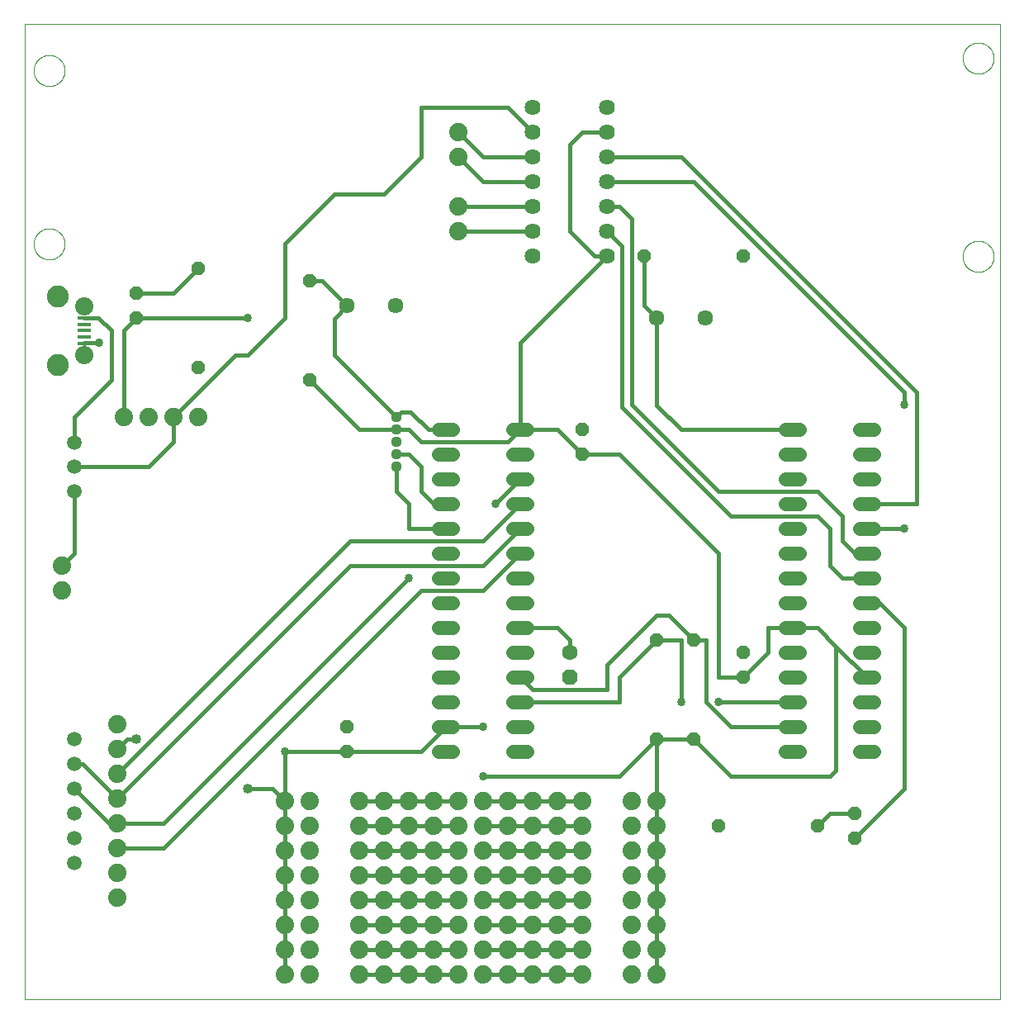
<source format=gtl>
G75*
%MOIN*%
%OFA0B0*%
%FSLAX25Y25*%
%IPPOS*%
%LPD*%
%AMOC8*
5,1,8,0,0,1.08239X$1,22.5*
%
%ADD10C,0.00000*%
%ADD11C,0.05600*%
%ADD12R,0.05315X0.01575*%
%ADD13C,0.07382*%
%ADD14C,0.08858*%
%ADD15C,0.07400*%
%ADD16C,0.05943*%
%ADD17OC8,0.05600*%
%ADD18C,0.04400*%
%ADD19C,0.06337*%
%ADD20C,0.06300*%
%ADD21OC8,0.06300*%
%ADD22C,0.05900*%
%ADD23C,0.06400*%
%ADD24C,0.01600*%
%ADD25C,0.03378*%
%ADD26C,0.04000*%
D10*
X0130000Y0001800D02*
X0130000Y0395501D01*
X0523701Y0395501D01*
X0523701Y0001800D01*
X0130000Y0001800D01*
X0508750Y0301800D02*
X0508752Y0301958D01*
X0508758Y0302115D01*
X0508768Y0302273D01*
X0508782Y0302430D01*
X0508800Y0302586D01*
X0508821Y0302743D01*
X0508847Y0302898D01*
X0508877Y0303053D01*
X0508910Y0303207D01*
X0508948Y0303360D01*
X0508989Y0303513D01*
X0509034Y0303664D01*
X0509083Y0303814D01*
X0509136Y0303962D01*
X0509192Y0304110D01*
X0509253Y0304255D01*
X0509316Y0304400D01*
X0509384Y0304542D01*
X0509455Y0304683D01*
X0509529Y0304822D01*
X0509607Y0304959D01*
X0509689Y0305094D01*
X0509773Y0305227D01*
X0509862Y0305358D01*
X0509953Y0305486D01*
X0510048Y0305613D01*
X0510145Y0305736D01*
X0510246Y0305858D01*
X0510350Y0305976D01*
X0510457Y0306092D01*
X0510567Y0306205D01*
X0510679Y0306316D01*
X0510795Y0306423D01*
X0510913Y0306528D01*
X0511033Y0306630D01*
X0511156Y0306728D01*
X0511282Y0306824D01*
X0511410Y0306916D01*
X0511540Y0307005D01*
X0511672Y0307091D01*
X0511807Y0307173D01*
X0511944Y0307252D01*
X0512082Y0307327D01*
X0512222Y0307399D01*
X0512365Y0307467D01*
X0512508Y0307532D01*
X0512654Y0307593D01*
X0512801Y0307650D01*
X0512949Y0307704D01*
X0513099Y0307754D01*
X0513249Y0307800D01*
X0513401Y0307842D01*
X0513554Y0307881D01*
X0513708Y0307915D01*
X0513863Y0307946D01*
X0514018Y0307972D01*
X0514174Y0307995D01*
X0514331Y0308014D01*
X0514488Y0308029D01*
X0514645Y0308040D01*
X0514803Y0308047D01*
X0514961Y0308050D01*
X0515118Y0308049D01*
X0515276Y0308044D01*
X0515433Y0308035D01*
X0515591Y0308022D01*
X0515747Y0308005D01*
X0515904Y0307984D01*
X0516059Y0307960D01*
X0516214Y0307931D01*
X0516369Y0307898D01*
X0516522Y0307862D01*
X0516675Y0307821D01*
X0516826Y0307777D01*
X0516976Y0307729D01*
X0517125Y0307678D01*
X0517273Y0307622D01*
X0517419Y0307563D01*
X0517564Y0307500D01*
X0517707Y0307433D01*
X0517848Y0307363D01*
X0517987Y0307290D01*
X0518125Y0307213D01*
X0518261Y0307132D01*
X0518394Y0307048D01*
X0518525Y0306961D01*
X0518654Y0306870D01*
X0518781Y0306776D01*
X0518906Y0306679D01*
X0519027Y0306579D01*
X0519147Y0306476D01*
X0519263Y0306370D01*
X0519377Y0306261D01*
X0519489Y0306149D01*
X0519597Y0306035D01*
X0519702Y0305917D01*
X0519805Y0305797D01*
X0519904Y0305675D01*
X0520000Y0305550D01*
X0520093Y0305422D01*
X0520183Y0305293D01*
X0520269Y0305161D01*
X0520353Y0305027D01*
X0520432Y0304891D01*
X0520509Y0304753D01*
X0520581Y0304613D01*
X0520650Y0304471D01*
X0520716Y0304328D01*
X0520778Y0304183D01*
X0520836Y0304036D01*
X0520891Y0303888D01*
X0520942Y0303739D01*
X0520989Y0303588D01*
X0521032Y0303437D01*
X0521071Y0303284D01*
X0521107Y0303130D01*
X0521138Y0302976D01*
X0521166Y0302821D01*
X0521190Y0302665D01*
X0521210Y0302508D01*
X0521226Y0302351D01*
X0521238Y0302194D01*
X0521246Y0302037D01*
X0521250Y0301879D01*
X0521250Y0301721D01*
X0521246Y0301563D01*
X0521238Y0301406D01*
X0521226Y0301249D01*
X0521210Y0301092D01*
X0521190Y0300935D01*
X0521166Y0300779D01*
X0521138Y0300624D01*
X0521107Y0300470D01*
X0521071Y0300316D01*
X0521032Y0300163D01*
X0520989Y0300012D01*
X0520942Y0299861D01*
X0520891Y0299712D01*
X0520836Y0299564D01*
X0520778Y0299417D01*
X0520716Y0299272D01*
X0520650Y0299129D01*
X0520581Y0298987D01*
X0520509Y0298847D01*
X0520432Y0298709D01*
X0520353Y0298573D01*
X0520269Y0298439D01*
X0520183Y0298307D01*
X0520093Y0298178D01*
X0520000Y0298050D01*
X0519904Y0297925D01*
X0519805Y0297803D01*
X0519702Y0297683D01*
X0519597Y0297565D01*
X0519489Y0297451D01*
X0519377Y0297339D01*
X0519263Y0297230D01*
X0519147Y0297124D01*
X0519027Y0297021D01*
X0518906Y0296921D01*
X0518781Y0296824D01*
X0518654Y0296730D01*
X0518525Y0296639D01*
X0518394Y0296552D01*
X0518261Y0296468D01*
X0518125Y0296387D01*
X0517987Y0296310D01*
X0517848Y0296237D01*
X0517707Y0296167D01*
X0517564Y0296100D01*
X0517419Y0296037D01*
X0517273Y0295978D01*
X0517125Y0295922D01*
X0516976Y0295871D01*
X0516826Y0295823D01*
X0516675Y0295779D01*
X0516522Y0295738D01*
X0516369Y0295702D01*
X0516214Y0295669D01*
X0516059Y0295640D01*
X0515904Y0295616D01*
X0515747Y0295595D01*
X0515591Y0295578D01*
X0515433Y0295565D01*
X0515276Y0295556D01*
X0515118Y0295551D01*
X0514961Y0295550D01*
X0514803Y0295553D01*
X0514645Y0295560D01*
X0514488Y0295571D01*
X0514331Y0295586D01*
X0514174Y0295605D01*
X0514018Y0295628D01*
X0513863Y0295654D01*
X0513708Y0295685D01*
X0513554Y0295719D01*
X0513401Y0295758D01*
X0513249Y0295800D01*
X0513099Y0295846D01*
X0512949Y0295896D01*
X0512801Y0295950D01*
X0512654Y0296007D01*
X0512508Y0296068D01*
X0512365Y0296133D01*
X0512222Y0296201D01*
X0512082Y0296273D01*
X0511944Y0296348D01*
X0511807Y0296427D01*
X0511672Y0296509D01*
X0511540Y0296595D01*
X0511410Y0296684D01*
X0511282Y0296776D01*
X0511156Y0296872D01*
X0511033Y0296970D01*
X0510913Y0297072D01*
X0510795Y0297177D01*
X0510679Y0297284D01*
X0510567Y0297395D01*
X0510457Y0297508D01*
X0510350Y0297624D01*
X0510246Y0297742D01*
X0510145Y0297864D01*
X0510048Y0297987D01*
X0509953Y0298114D01*
X0509862Y0298242D01*
X0509773Y0298373D01*
X0509689Y0298506D01*
X0509607Y0298641D01*
X0509529Y0298778D01*
X0509455Y0298917D01*
X0509384Y0299058D01*
X0509316Y0299200D01*
X0509253Y0299345D01*
X0509192Y0299490D01*
X0509136Y0299638D01*
X0509083Y0299786D01*
X0509034Y0299936D01*
X0508989Y0300087D01*
X0508948Y0300240D01*
X0508910Y0300393D01*
X0508877Y0300547D01*
X0508847Y0300702D01*
X0508821Y0300857D01*
X0508800Y0301014D01*
X0508782Y0301170D01*
X0508768Y0301327D01*
X0508758Y0301485D01*
X0508752Y0301642D01*
X0508750Y0301800D01*
X0508750Y0381800D02*
X0508752Y0381958D01*
X0508758Y0382115D01*
X0508768Y0382273D01*
X0508782Y0382430D01*
X0508800Y0382586D01*
X0508821Y0382743D01*
X0508847Y0382898D01*
X0508877Y0383053D01*
X0508910Y0383207D01*
X0508948Y0383360D01*
X0508989Y0383513D01*
X0509034Y0383664D01*
X0509083Y0383814D01*
X0509136Y0383962D01*
X0509192Y0384110D01*
X0509253Y0384255D01*
X0509316Y0384400D01*
X0509384Y0384542D01*
X0509455Y0384683D01*
X0509529Y0384822D01*
X0509607Y0384959D01*
X0509689Y0385094D01*
X0509773Y0385227D01*
X0509862Y0385358D01*
X0509953Y0385486D01*
X0510048Y0385613D01*
X0510145Y0385736D01*
X0510246Y0385858D01*
X0510350Y0385976D01*
X0510457Y0386092D01*
X0510567Y0386205D01*
X0510679Y0386316D01*
X0510795Y0386423D01*
X0510913Y0386528D01*
X0511033Y0386630D01*
X0511156Y0386728D01*
X0511282Y0386824D01*
X0511410Y0386916D01*
X0511540Y0387005D01*
X0511672Y0387091D01*
X0511807Y0387173D01*
X0511944Y0387252D01*
X0512082Y0387327D01*
X0512222Y0387399D01*
X0512365Y0387467D01*
X0512508Y0387532D01*
X0512654Y0387593D01*
X0512801Y0387650D01*
X0512949Y0387704D01*
X0513099Y0387754D01*
X0513249Y0387800D01*
X0513401Y0387842D01*
X0513554Y0387881D01*
X0513708Y0387915D01*
X0513863Y0387946D01*
X0514018Y0387972D01*
X0514174Y0387995D01*
X0514331Y0388014D01*
X0514488Y0388029D01*
X0514645Y0388040D01*
X0514803Y0388047D01*
X0514961Y0388050D01*
X0515118Y0388049D01*
X0515276Y0388044D01*
X0515433Y0388035D01*
X0515591Y0388022D01*
X0515747Y0388005D01*
X0515904Y0387984D01*
X0516059Y0387960D01*
X0516214Y0387931D01*
X0516369Y0387898D01*
X0516522Y0387862D01*
X0516675Y0387821D01*
X0516826Y0387777D01*
X0516976Y0387729D01*
X0517125Y0387678D01*
X0517273Y0387622D01*
X0517419Y0387563D01*
X0517564Y0387500D01*
X0517707Y0387433D01*
X0517848Y0387363D01*
X0517987Y0387290D01*
X0518125Y0387213D01*
X0518261Y0387132D01*
X0518394Y0387048D01*
X0518525Y0386961D01*
X0518654Y0386870D01*
X0518781Y0386776D01*
X0518906Y0386679D01*
X0519027Y0386579D01*
X0519147Y0386476D01*
X0519263Y0386370D01*
X0519377Y0386261D01*
X0519489Y0386149D01*
X0519597Y0386035D01*
X0519702Y0385917D01*
X0519805Y0385797D01*
X0519904Y0385675D01*
X0520000Y0385550D01*
X0520093Y0385422D01*
X0520183Y0385293D01*
X0520269Y0385161D01*
X0520353Y0385027D01*
X0520432Y0384891D01*
X0520509Y0384753D01*
X0520581Y0384613D01*
X0520650Y0384471D01*
X0520716Y0384328D01*
X0520778Y0384183D01*
X0520836Y0384036D01*
X0520891Y0383888D01*
X0520942Y0383739D01*
X0520989Y0383588D01*
X0521032Y0383437D01*
X0521071Y0383284D01*
X0521107Y0383130D01*
X0521138Y0382976D01*
X0521166Y0382821D01*
X0521190Y0382665D01*
X0521210Y0382508D01*
X0521226Y0382351D01*
X0521238Y0382194D01*
X0521246Y0382037D01*
X0521250Y0381879D01*
X0521250Y0381721D01*
X0521246Y0381563D01*
X0521238Y0381406D01*
X0521226Y0381249D01*
X0521210Y0381092D01*
X0521190Y0380935D01*
X0521166Y0380779D01*
X0521138Y0380624D01*
X0521107Y0380470D01*
X0521071Y0380316D01*
X0521032Y0380163D01*
X0520989Y0380012D01*
X0520942Y0379861D01*
X0520891Y0379712D01*
X0520836Y0379564D01*
X0520778Y0379417D01*
X0520716Y0379272D01*
X0520650Y0379129D01*
X0520581Y0378987D01*
X0520509Y0378847D01*
X0520432Y0378709D01*
X0520353Y0378573D01*
X0520269Y0378439D01*
X0520183Y0378307D01*
X0520093Y0378178D01*
X0520000Y0378050D01*
X0519904Y0377925D01*
X0519805Y0377803D01*
X0519702Y0377683D01*
X0519597Y0377565D01*
X0519489Y0377451D01*
X0519377Y0377339D01*
X0519263Y0377230D01*
X0519147Y0377124D01*
X0519027Y0377021D01*
X0518906Y0376921D01*
X0518781Y0376824D01*
X0518654Y0376730D01*
X0518525Y0376639D01*
X0518394Y0376552D01*
X0518261Y0376468D01*
X0518125Y0376387D01*
X0517987Y0376310D01*
X0517848Y0376237D01*
X0517707Y0376167D01*
X0517564Y0376100D01*
X0517419Y0376037D01*
X0517273Y0375978D01*
X0517125Y0375922D01*
X0516976Y0375871D01*
X0516826Y0375823D01*
X0516675Y0375779D01*
X0516522Y0375738D01*
X0516369Y0375702D01*
X0516214Y0375669D01*
X0516059Y0375640D01*
X0515904Y0375616D01*
X0515747Y0375595D01*
X0515591Y0375578D01*
X0515433Y0375565D01*
X0515276Y0375556D01*
X0515118Y0375551D01*
X0514961Y0375550D01*
X0514803Y0375553D01*
X0514645Y0375560D01*
X0514488Y0375571D01*
X0514331Y0375586D01*
X0514174Y0375605D01*
X0514018Y0375628D01*
X0513863Y0375654D01*
X0513708Y0375685D01*
X0513554Y0375719D01*
X0513401Y0375758D01*
X0513249Y0375800D01*
X0513099Y0375846D01*
X0512949Y0375896D01*
X0512801Y0375950D01*
X0512654Y0376007D01*
X0512508Y0376068D01*
X0512365Y0376133D01*
X0512222Y0376201D01*
X0512082Y0376273D01*
X0511944Y0376348D01*
X0511807Y0376427D01*
X0511672Y0376509D01*
X0511540Y0376595D01*
X0511410Y0376684D01*
X0511282Y0376776D01*
X0511156Y0376872D01*
X0511033Y0376970D01*
X0510913Y0377072D01*
X0510795Y0377177D01*
X0510679Y0377284D01*
X0510567Y0377395D01*
X0510457Y0377508D01*
X0510350Y0377624D01*
X0510246Y0377742D01*
X0510145Y0377864D01*
X0510048Y0377987D01*
X0509953Y0378114D01*
X0509862Y0378242D01*
X0509773Y0378373D01*
X0509689Y0378506D01*
X0509607Y0378641D01*
X0509529Y0378778D01*
X0509455Y0378917D01*
X0509384Y0379058D01*
X0509316Y0379200D01*
X0509253Y0379345D01*
X0509192Y0379490D01*
X0509136Y0379638D01*
X0509083Y0379786D01*
X0509034Y0379936D01*
X0508989Y0380087D01*
X0508948Y0380240D01*
X0508910Y0380393D01*
X0508877Y0380547D01*
X0508847Y0380702D01*
X0508821Y0380857D01*
X0508800Y0381014D01*
X0508782Y0381170D01*
X0508768Y0381327D01*
X0508758Y0381485D01*
X0508752Y0381642D01*
X0508750Y0381800D01*
X0133750Y0376800D02*
X0133752Y0376958D01*
X0133758Y0377115D01*
X0133768Y0377273D01*
X0133782Y0377430D01*
X0133800Y0377586D01*
X0133821Y0377743D01*
X0133847Y0377898D01*
X0133877Y0378053D01*
X0133910Y0378207D01*
X0133948Y0378360D01*
X0133989Y0378513D01*
X0134034Y0378664D01*
X0134083Y0378814D01*
X0134136Y0378962D01*
X0134192Y0379110D01*
X0134253Y0379255D01*
X0134316Y0379400D01*
X0134384Y0379542D01*
X0134455Y0379683D01*
X0134529Y0379822D01*
X0134607Y0379959D01*
X0134689Y0380094D01*
X0134773Y0380227D01*
X0134862Y0380358D01*
X0134953Y0380486D01*
X0135048Y0380613D01*
X0135145Y0380736D01*
X0135246Y0380858D01*
X0135350Y0380976D01*
X0135457Y0381092D01*
X0135567Y0381205D01*
X0135679Y0381316D01*
X0135795Y0381423D01*
X0135913Y0381528D01*
X0136033Y0381630D01*
X0136156Y0381728D01*
X0136282Y0381824D01*
X0136410Y0381916D01*
X0136540Y0382005D01*
X0136672Y0382091D01*
X0136807Y0382173D01*
X0136944Y0382252D01*
X0137082Y0382327D01*
X0137222Y0382399D01*
X0137365Y0382467D01*
X0137508Y0382532D01*
X0137654Y0382593D01*
X0137801Y0382650D01*
X0137949Y0382704D01*
X0138099Y0382754D01*
X0138249Y0382800D01*
X0138401Y0382842D01*
X0138554Y0382881D01*
X0138708Y0382915D01*
X0138863Y0382946D01*
X0139018Y0382972D01*
X0139174Y0382995D01*
X0139331Y0383014D01*
X0139488Y0383029D01*
X0139645Y0383040D01*
X0139803Y0383047D01*
X0139961Y0383050D01*
X0140118Y0383049D01*
X0140276Y0383044D01*
X0140433Y0383035D01*
X0140591Y0383022D01*
X0140747Y0383005D01*
X0140904Y0382984D01*
X0141059Y0382960D01*
X0141214Y0382931D01*
X0141369Y0382898D01*
X0141522Y0382862D01*
X0141675Y0382821D01*
X0141826Y0382777D01*
X0141976Y0382729D01*
X0142125Y0382678D01*
X0142273Y0382622D01*
X0142419Y0382563D01*
X0142564Y0382500D01*
X0142707Y0382433D01*
X0142848Y0382363D01*
X0142987Y0382290D01*
X0143125Y0382213D01*
X0143261Y0382132D01*
X0143394Y0382048D01*
X0143525Y0381961D01*
X0143654Y0381870D01*
X0143781Y0381776D01*
X0143906Y0381679D01*
X0144027Y0381579D01*
X0144147Y0381476D01*
X0144263Y0381370D01*
X0144377Y0381261D01*
X0144489Y0381149D01*
X0144597Y0381035D01*
X0144702Y0380917D01*
X0144805Y0380797D01*
X0144904Y0380675D01*
X0145000Y0380550D01*
X0145093Y0380422D01*
X0145183Y0380293D01*
X0145269Y0380161D01*
X0145353Y0380027D01*
X0145432Y0379891D01*
X0145509Y0379753D01*
X0145581Y0379613D01*
X0145650Y0379471D01*
X0145716Y0379328D01*
X0145778Y0379183D01*
X0145836Y0379036D01*
X0145891Y0378888D01*
X0145942Y0378739D01*
X0145989Y0378588D01*
X0146032Y0378437D01*
X0146071Y0378284D01*
X0146107Y0378130D01*
X0146138Y0377976D01*
X0146166Y0377821D01*
X0146190Y0377665D01*
X0146210Y0377508D01*
X0146226Y0377351D01*
X0146238Y0377194D01*
X0146246Y0377037D01*
X0146250Y0376879D01*
X0146250Y0376721D01*
X0146246Y0376563D01*
X0146238Y0376406D01*
X0146226Y0376249D01*
X0146210Y0376092D01*
X0146190Y0375935D01*
X0146166Y0375779D01*
X0146138Y0375624D01*
X0146107Y0375470D01*
X0146071Y0375316D01*
X0146032Y0375163D01*
X0145989Y0375012D01*
X0145942Y0374861D01*
X0145891Y0374712D01*
X0145836Y0374564D01*
X0145778Y0374417D01*
X0145716Y0374272D01*
X0145650Y0374129D01*
X0145581Y0373987D01*
X0145509Y0373847D01*
X0145432Y0373709D01*
X0145353Y0373573D01*
X0145269Y0373439D01*
X0145183Y0373307D01*
X0145093Y0373178D01*
X0145000Y0373050D01*
X0144904Y0372925D01*
X0144805Y0372803D01*
X0144702Y0372683D01*
X0144597Y0372565D01*
X0144489Y0372451D01*
X0144377Y0372339D01*
X0144263Y0372230D01*
X0144147Y0372124D01*
X0144027Y0372021D01*
X0143906Y0371921D01*
X0143781Y0371824D01*
X0143654Y0371730D01*
X0143525Y0371639D01*
X0143394Y0371552D01*
X0143261Y0371468D01*
X0143125Y0371387D01*
X0142987Y0371310D01*
X0142848Y0371237D01*
X0142707Y0371167D01*
X0142564Y0371100D01*
X0142419Y0371037D01*
X0142273Y0370978D01*
X0142125Y0370922D01*
X0141976Y0370871D01*
X0141826Y0370823D01*
X0141675Y0370779D01*
X0141522Y0370738D01*
X0141369Y0370702D01*
X0141214Y0370669D01*
X0141059Y0370640D01*
X0140904Y0370616D01*
X0140747Y0370595D01*
X0140591Y0370578D01*
X0140433Y0370565D01*
X0140276Y0370556D01*
X0140118Y0370551D01*
X0139961Y0370550D01*
X0139803Y0370553D01*
X0139645Y0370560D01*
X0139488Y0370571D01*
X0139331Y0370586D01*
X0139174Y0370605D01*
X0139018Y0370628D01*
X0138863Y0370654D01*
X0138708Y0370685D01*
X0138554Y0370719D01*
X0138401Y0370758D01*
X0138249Y0370800D01*
X0138099Y0370846D01*
X0137949Y0370896D01*
X0137801Y0370950D01*
X0137654Y0371007D01*
X0137508Y0371068D01*
X0137365Y0371133D01*
X0137222Y0371201D01*
X0137082Y0371273D01*
X0136944Y0371348D01*
X0136807Y0371427D01*
X0136672Y0371509D01*
X0136540Y0371595D01*
X0136410Y0371684D01*
X0136282Y0371776D01*
X0136156Y0371872D01*
X0136033Y0371970D01*
X0135913Y0372072D01*
X0135795Y0372177D01*
X0135679Y0372284D01*
X0135567Y0372395D01*
X0135457Y0372508D01*
X0135350Y0372624D01*
X0135246Y0372742D01*
X0135145Y0372864D01*
X0135048Y0372987D01*
X0134953Y0373114D01*
X0134862Y0373242D01*
X0134773Y0373373D01*
X0134689Y0373506D01*
X0134607Y0373641D01*
X0134529Y0373778D01*
X0134455Y0373917D01*
X0134384Y0374058D01*
X0134316Y0374200D01*
X0134253Y0374345D01*
X0134192Y0374490D01*
X0134136Y0374638D01*
X0134083Y0374786D01*
X0134034Y0374936D01*
X0133989Y0375087D01*
X0133948Y0375240D01*
X0133910Y0375393D01*
X0133877Y0375547D01*
X0133847Y0375702D01*
X0133821Y0375857D01*
X0133800Y0376014D01*
X0133782Y0376170D01*
X0133768Y0376327D01*
X0133758Y0376485D01*
X0133752Y0376642D01*
X0133750Y0376800D01*
X0133750Y0306800D02*
X0133752Y0306958D01*
X0133758Y0307115D01*
X0133768Y0307273D01*
X0133782Y0307430D01*
X0133800Y0307586D01*
X0133821Y0307743D01*
X0133847Y0307898D01*
X0133877Y0308053D01*
X0133910Y0308207D01*
X0133948Y0308360D01*
X0133989Y0308513D01*
X0134034Y0308664D01*
X0134083Y0308814D01*
X0134136Y0308962D01*
X0134192Y0309110D01*
X0134253Y0309255D01*
X0134316Y0309400D01*
X0134384Y0309542D01*
X0134455Y0309683D01*
X0134529Y0309822D01*
X0134607Y0309959D01*
X0134689Y0310094D01*
X0134773Y0310227D01*
X0134862Y0310358D01*
X0134953Y0310486D01*
X0135048Y0310613D01*
X0135145Y0310736D01*
X0135246Y0310858D01*
X0135350Y0310976D01*
X0135457Y0311092D01*
X0135567Y0311205D01*
X0135679Y0311316D01*
X0135795Y0311423D01*
X0135913Y0311528D01*
X0136033Y0311630D01*
X0136156Y0311728D01*
X0136282Y0311824D01*
X0136410Y0311916D01*
X0136540Y0312005D01*
X0136672Y0312091D01*
X0136807Y0312173D01*
X0136944Y0312252D01*
X0137082Y0312327D01*
X0137222Y0312399D01*
X0137365Y0312467D01*
X0137508Y0312532D01*
X0137654Y0312593D01*
X0137801Y0312650D01*
X0137949Y0312704D01*
X0138099Y0312754D01*
X0138249Y0312800D01*
X0138401Y0312842D01*
X0138554Y0312881D01*
X0138708Y0312915D01*
X0138863Y0312946D01*
X0139018Y0312972D01*
X0139174Y0312995D01*
X0139331Y0313014D01*
X0139488Y0313029D01*
X0139645Y0313040D01*
X0139803Y0313047D01*
X0139961Y0313050D01*
X0140118Y0313049D01*
X0140276Y0313044D01*
X0140433Y0313035D01*
X0140591Y0313022D01*
X0140747Y0313005D01*
X0140904Y0312984D01*
X0141059Y0312960D01*
X0141214Y0312931D01*
X0141369Y0312898D01*
X0141522Y0312862D01*
X0141675Y0312821D01*
X0141826Y0312777D01*
X0141976Y0312729D01*
X0142125Y0312678D01*
X0142273Y0312622D01*
X0142419Y0312563D01*
X0142564Y0312500D01*
X0142707Y0312433D01*
X0142848Y0312363D01*
X0142987Y0312290D01*
X0143125Y0312213D01*
X0143261Y0312132D01*
X0143394Y0312048D01*
X0143525Y0311961D01*
X0143654Y0311870D01*
X0143781Y0311776D01*
X0143906Y0311679D01*
X0144027Y0311579D01*
X0144147Y0311476D01*
X0144263Y0311370D01*
X0144377Y0311261D01*
X0144489Y0311149D01*
X0144597Y0311035D01*
X0144702Y0310917D01*
X0144805Y0310797D01*
X0144904Y0310675D01*
X0145000Y0310550D01*
X0145093Y0310422D01*
X0145183Y0310293D01*
X0145269Y0310161D01*
X0145353Y0310027D01*
X0145432Y0309891D01*
X0145509Y0309753D01*
X0145581Y0309613D01*
X0145650Y0309471D01*
X0145716Y0309328D01*
X0145778Y0309183D01*
X0145836Y0309036D01*
X0145891Y0308888D01*
X0145942Y0308739D01*
X0145989Y0308588D01*
X0146032Y0308437D01*
X0146071Y0308284D01*
X0146107Y0308130D01*
X0146138Y0307976D01*
X0146166Y0307821D01*
X0146190Y0307665D01*
X0146210Y0307508D01*
X0146226Y0307351D01*
X0146238Y0307194D01*
X0146246Y0307037D01*
X0146250Y0306879D01*
X0146250Y0306721D01*
X0146246Y0306563D01*
X0146238Y0306406D01*
X0146226Y0306249D01*
X0146210Y0306092D01*
X0146190Y0305935D01*
X0146166Y0305779D01*
X0146138Y0305624D01*
X0146107Y0305470D01*
X0146071Y0305316D01*
X0146032Y0305163D01*
X0145989Y0305012D01*
X0145942Y0304861D01*
X0145891Y0304712D01*
X0145836Y0304564D01*
X0145778Y0304417D01*
X0145716Y0304272D01*
X0145650Y0304129D01*
X0145581Y0303987D01*
X0145509Y0303847D01*
X0145432Y0303709D01*
X0145353Y0303573D01*
X0145269Y0303439D01*
X0145183Y0303307D01*
X0145093Y0303178D01*
X0145000Y0303050D01*
X0144904Y0302925D01*
X0144805Y0302803D01*
X0144702Y0302683D01*
X0144597Y0302565D01*
X0144489Y0302451D01*
X0144377Y0302339D01*
X0144263Y0302230D01*
X0144147Y0302124D01*
X0144027Y0302021D01*
X0143906Y0301921D01*
X0143781Y0301824D01*
X0143654Y0301730D01*
X0143525Y0301639D01*
X0143394Y0301552D01*
X0143261Y0301468D01*
X0143125Y0301387D01*
X0142987Y0301310D01*
X0142848Y0301237D01*
X0142707Y0301167D01*
X0142564Y0301100D01*
X0142419Y0301037D01*
X0142273Y0300978D01*
X0142125Y0300922D01*
X0141976Y0300871D01*
X0141826Y0300823D01*
X0141675Y0300779D01*
X0141522Y0300738D01*
X0141369Y0300702D01*
X0141214Y0300669D01*
X0141059Y0300640D01*
X0140904Y0300616D01*
X0140747Y0300595D01*
X0140591Y0300578D01*
X0140433Y0300565D01*
X0140276Y0300556D01*
X0140118Y0300551D01*
X0139961Y0300550D01*
X0139803Y0300553D01*
X0139645Y0300560D01*
X0139488Y0300571D01*
X0139331Y0300586D01*
X0139174Y0300605D01*
X0139018Y0300628D01*
X0138863Y0300654D01*
X0138708Y0300685D01*
X0138554Y0300719D01*
X0138401Y0300758D01*
X0138249Y0300800D01*
X0138099Y0300846D01*
X0137949Y0300896D01*
X0137801Y0300950D01*
X0137654Y0301007D01*
X0137508Y0301068D01*
X0137365Y0301133D01*
X0137222Y0301201D01*
X0137082Y0301273D01*
X0136944Y0301348D01*
X0136807Y0301427D01*
X0136672Y0301509D01*
X0136540Y0301595D01*
X0136410Y0301684D01*
X0136282Y0301776D01*
X0136156Y0301872D01*
X0136033Y0301970D01*
X0135913Y0302072D01*
X0135795Y0302177D01*
X0135679Y0302284D01*
X0135567Y0302395D01*
X0135457Y0302508D01*
X0135350Y0302624D01*
X0135246Y0302742D01*
X0135145Y0302864D01*
X0135048Y0302987D01*
X0134953Y0303114D01*
X0134862Y0303242D01*
X0134773Y0303373D01*
X0134689Y0303506D01*
X0134607Y0303641D01*
X0134529Y0303778D01*
X0134455Y0303917D01*
X0134384Y0304058D01*
X0134316Y0304200D01*
X0134253Y0304345D01*
X0134192Y0304490D01*
X0134136Y0304638D01*
X0134083Y0304786D01*
X0134034Y0304936D01*
X0133989Y0305087D01*
X0133948Y0305240D01*
X0133910Y0305393D01*
X0133877Y0305547D01*
X0133847Y0305702D01*
X0133821Y0305857D01*
X0133800Y0306014D01*
X0133782Y0306170D01*
X0133768Y0306327D01*
X0133758Y0306485D01*
X0133752Y0306642D01*
X0133750Y0306800D01*
D11*
X0297200Y0231800D02*
X0302800Y0231800D01*
X0302800Y0221800D02*
X0297200Y0221800D01*
X0297200Y0211800D02*
X0302800Y0211800D01*
X0302800Y0201800D02*
X0297200Y0201800D01*
X0297200Y0191800D02*
X0302800Y0191800D01*
X0302800Y0181800D02*
X0297200Y0181800D01*
X0297200Y0171800D02*
X0302800Y0171800D01*
X0302800Y0161800D02*
X0297200Y0161800D01*
X0297200Y0151800D02*
X0302800Y0151800D01*
X0302800Y0141800D02*
X0297200Y0141800D01*
X0297200Y0131800D02*
X0302800Y0131800D01*
X0302800Y0121800D02*
X0297200Y0121800D01*
X0297200Y0111800D02*
X0302800Y0111800D01*
X0302800Y0101800D02*
X0297200Y0101800D01*
X0327200Y0101800D02*
X0332800Y0101800D01*
X0332800Y0111800D02*
X0327200Y0111800D01*
X0327200Y0121800D02*
X0332800Y0121800D01*
X0332800Y0131800D02*
X0327200Y0131800D01*
X0327200Y0141800D02*
X0332800Y0141800D01*
X0332800Y0151800D02*
X0327200Y0151800D01*
X0327200Y0161800D02*
X0332800Y0161800D01*
X0332800Y0171800D02*
X0327200Y0171800D01*
X0327200Y0181800D02*
X0332800Y0181800D01*
X0332800Y0191800D02*
X0327200Y0191800D01*
X0327200Y0201800D02*
X0332800Y0201800D01*
X0332800Y0211800D02*
X0327200Y0211800D01*
X0327200Y0221800D02*
X0332800Y0221800D01*
X0332800Y0231800D02*
X0327200Y0231800D01*
X0437200Y0231800D02*
X0442800Y0231800D01*
X0442800Y0221800D02*
X0437200Y0221800D01*
X0437200Y0211800D02*
X0442800Y0211800D01*
X0442800Y0201800D02*
X0437200Y0201800D01*
X0437200Y0191800D02*
X0442800Y0191800D01*
X0442800Y0181800D02*
X0437200Y0181800D01*
X0437200Y0171800D02*
X0442800Y0171800D01*
X0442800Y0161800D02*
X0437200Y0161800D01*
X0437200Y0151800D02*
X0442800Y0151800D01*
X0442800Y0141800D02*
X0437200Y0141800D01*
X0437200Y0131800D02*
X0442800Y0131800D01*
X0442800Y0121800D02*
X0437200Y0121800D01*
X0437200Y0111800D02*
X0442800Y0111800D01*
X0442800Y0101800D02*
X0437200Y0101800D01*
X0467200Y0101800D02*
X0472800Y0101800D01*
X0472800Y0111800D02*
X0467200Y0111800D01*
X0467200Y0121800D02*
X0472800Y0121800D01*
X0472800Y0131800D02*
X0467200Y0131800D01*
X0467200Y0141800D02*
X0472800Y0141800D01*
X0472800Y0151800D02*
X0467200Y0151800D01*
X0467200Y0161800D02*
X0472800Y0161800D01*
X0472800Y0171800D02*
X0467200Y0171800D01*
X0467200Y0181800D02*
X0472800Y0181800D01*
X0472800Y0191800D02*
X0467200Y0191800D01*
X0467200Y0201800D02*
X0472800Y0201800D01*
X0472800Y0211800D02*
X0467200Y0211800D01*
X0467200Y0221800D02*
X0472800Y0221800D01*
X0472800Y0231800D02*
X0467200Y0231800D01*
D12*
X0154130Y0266682D03*
X0154130Y0269241D03*
X0154130Y0271800D03*
X0154130Y0274359D03*
X0154130Y0276918D03*
D13*
X0154130Y0281643D03*
X0154130Y0261957D03*
D14*
X0143500Y0258020D03*
X0143500Y0285580D03*
D15*
X0170000Y0236800D03*
X0180000Y0236800D03*
X0190000Y0236800D03*
X0200000Y0236800D03*
X0145000Y0176800D03*
X0145000Y0166800D03*
X0167500Y0112800D03*
X0167500Y0102800D03*
X0167500Y0092800D03*
X0167500Y0082800D03*
X0167500Y0072800D03*
X0167500Y0062800D03*
X0167500Y0052800D03*
X0167500Y0042800D03*
X0235000Y0041800D03*
X0235000Y0051800D03*
X0245000Y0051800D03*
X0245000Y0041800D03*
X0245000Y0031800D03*
X0245000Y0021800D03*
X0235000Y0021800D03*
X0235000Y0031800D03*
X0235000Y0011800D03*
X0245000Y0011800D03*
X0265000Y0011800D03*
X0275000Y0011800D03*
X0285000Y0011800D03*
X0295000Y0011800D03*
X0305000Y0011800D03*
X0315000Y0011800D03*
X0325000Y0011800D03*
X0335000Y0011800D03*
X0345000Y0011800D03*
X0355000Y0011800D03*
X0355000Y0021800D03*
X0355000Y0031800D03*
X0345000Y0031800D03*
X0345000Y0021800D03*
X0335000Y0021800D03*
X0335000Y0031800D03*
X0325000Y0031800D03*
X0325000Y0021800D03*
X0315000Y0021800D03*
X0315000Y0031800D03*
X0305000Y0031800D03*
X0305000Y0021800D03*
X0295000Y0021800D03*
X0285000Y0021800D03*
X0285000Y0031800D03*
X0295000Y0031800D03*
X0295000Y0041800D03*
X0285000Y0041800D03*
X0285000Y0051800D03*
X0295000Y0051800D03*
X0305000Y0051800D03*
X0305000Y0041800D03*
X0315000Y0041800D03*
X0315000Y0051800D03*
X0325000Y0051800D03*
X0325000Y0041800D03*
X0335000Y0041800D03*
X0335000Y0051800D03*
X0345000Y0051800D03*
X0345000Y0041800D03*
X0355000Y0041800D03*
X0355000Y0051800D03*
X0355000Y0061800D03*
X0345000Y0061800D03*
X0335000Y0061800D03*
X0325000Y0061800D03*
X0315000Y0061800D03*
X0305000Y0061800D03*
X0295000Y0061800D03*
X0285000Y0061800D03*
X0275000Y0061800D03*
X0265000Y0061800D03*
X0265000Y0051800D03*
X0265000Y0041800D03*
X0275000Y0041800D03*
X0275000Y0051800D03*
X0275000Y0031800D03*
X0275000Y0021800D03*
X0265000Y0021800D03*
X0265000Y0031800D03*
X0245000Y0061800D03*
X0235000Y0061800D03*
X0235000Y0071800D03*
X0235000Y0081800D03*
X0245000Y0081800D03*
X0245000Y0071800D03*
X0265000Y0071800D03*
X0265000Y0081800D03*
X0275000Y0081800D03*
X0275000Y0071800D03*
X0285000Y0071800D03*
X0295000Y0071800D03*
X0295000Y0081800D03*
X0285000Y0081800D03*
X0305000Y0081800D03*
X0305000Y0071800D03*
X0315000Y0071800D03*
X0315000Y0081800D03*
X0325000Y0081800D03*
X0325000Y0071800D03*
X0335000Y0071800D03*
X0335000Y0081800D03*
X0345000Y0081800D03*
X0345000Y0071800D03*
X0355000Y0071800D03*
X0355000Y0081800D03*
X0375000Y0081800D03*
X0375000Y0071800D03*
X0385000Y0071800D03*
X0385000Y0081800D03*
X0385000Y0061800D03*
X0375000Y0061800D03*
X0375000Y0051800D03*
X0375000Y0041800D03*
X0385000Y0041800D03*
X0385000Y0051800D03*
X0385000Y0031800D03*
X0385000Y0021800D03*
X0375000Y0021800D03*
X0375000Y0031800D03*
X0375000Y0011800D03*
X0385000Y0011800D03*
X0305000Y0311800D03*
X0305000Y0321800D03*
X0305000Y0341800D03*
X0305000Y0351800D03*
D16*
X0150000Y0226643D03*
X0150000Y0216800D03*
X0150000Y0206957D03*
D17*
X0200000Y0256800D03*
X0175000Y0276800D03*
X0175000Y0286800D03*
X0200000Y0296800D03*
X0245000Y0291800D03*
X0245000Y0251800D03*
X0355000Y0231800D03*
X0355000Y0221800D03*
X0385000Y0146800D03*
X0400000Y0146800D03*
X0420000Y0141800D03*
X0420000Y0131800D03*
X0400000Y0106800D03*
X0385000Y0106800D03*
X0410000Y0071800D03*
X0450000Y0071800D03*
X0465000Y0066800D03*
X0465000Y0076800D03*
X0260000Y0101800D03*
X0260000Y0111800D03*
X0380000Y0301800D03*
X0420000Y0301800D03*
D18*
X0280000Y0236800D03*
X0280000Y0231800D03*
X0280000Y0226800D03*
X0280000Y0221800D03*
X0280000Y0216800D03*
D19*
X0279843Y0281800D03*
X0260157Y0281800D03*
X0385157Y0276800D03*
X0404843Y0276800D03*
D20*
X0350000Y0141800D03*
D21*
X0350000Y0131800D03*
D22*
X0150000Y0106800D03*
X0150000Y0096800D03*
X0150000Y0086800D03*
X0150000Y0076800D03*
X0150000Y0066800D03*
X0150000Y0056800D03*
D23*
X0335000Y0301800D03*
X0335000Y0311800D03*
X0335000Y0321800D03*
X0335000Y0331800D03*
X0335000Y0341800D03*
X0335000Y0351800D03*
X0335000Y0361800D03*
X0365000Y0361800D03*
X0365000Y0351800D03*
X0365000Y0341800D03*
X0365000Y0331800D03*
X0365000Y0321800D03*
X0365000Y0311800D03*
X0365000Y0301800D03*
D24*
X0360000Y0301800D01*
X0350000Y0311800D01*
X0350000Y0346800D01*
X0355000Y0351800D01*
X0365000Y0351800D01*
X0365000Y0341800D02*
X0395000Y0341800D01*
X0490000Y0246800D01*
X0490000Y0201800D01*
X0470000Y0201800D01*
X0470000Y0191800D02*
X0485000Y0191800D01*
X0470000Y0181800D02*
X0465000Y0181800D01*
X0460000Y0186800D01*
X0460000Y0196800D01*
X0450000Y0206800D01*
X0410000Y0206800D01*
X0375000Y0241800D01*
X0375000Y0316800D01*
X0370000Y0321800D01*
X0365000Y0321800D01*
X0365000Y0311800D02*
X0371000Y0305800D01*
X0371000Y0240800D01*
X0415000Y0196800D01*
X0450000Y0196800D01*
X0455000Y0191800D01*
X0455000Y0176800D01*
X0460000Y0171800D01*
X0470000Y0171800D01*
X0470000Y0161800D02*
X0475000Y0161800D01*
X0485000Y0151800D01*
X0485000Y0086800D01*
X0465000Y0066800D01*
X0465000Y0076800D02*
X0455000Y0076800D01*
X0450000Y0071800D01*
X0455000Y0091800D02*
X0415000Y0091800D01*
X0400000Y0106800D01*
X0385000Y0106800D01*
X0370000Y0091800D01*
X0315000Y0091800D01*
X0315000Y0081800D02*
X0325000Y0081800D01*
X0335000Y0081800D01*
X0345000Y0081800D01*
X0355000Y0081800D01*
X0355000Y0071800D02*
X0345000Y0071800D01*
X0335000Y0071800D01*
X0325000Y0071800D01*
X0315000Y0071800D01*
X0305000Y0071800D02*
X0295000Y0071800D01*
X0285000Y0071800D01*
X0275000Y0071800D01*
X0265000Y0071800D01*
X0265000Y0081800D02*
X0275000Y0081800D01*
X0285000Y0081800D01*
X0295000Y0081800D01*
X0305000Y0081800D01*
X0305000Y0061800D02*
X0295000Y0061800D01*
X0285000Y0061800D01*
X0275000Y0061800D01*
X0265000Y0061800D01*
X0265000Y0051800D02*
X0275000Y0051800D01*
X0285000Y0051800D01*
X0295000Y0051800D01*
X0305000Y0051800D01*
X0305000Y0041800D02*
X0295000Y0041800D01*
X0285000Y0041800D01*
X0275000Y0041800D01*
X0265000Y0041800D01*
X0265000Y0031800D02*
X0275000Y0031800D01*
X0285000Y0031800D01*
X0295000Y0031800D01*
X0305000Y0031800D01*
X0305000Y0021800D02*
X0295000Y0021800D01*
X0285000Y0021800D01*
X0275000Y0021800D01*
X0265000Y0021800D01*
X0265000Y0011800D02*
X0275000Y0011800D01*
X0285000Y0011800D01*
X0295000Y0011800D01*
X0305000Y0011800D01*
X0315000Y0011800D02*
X0325000Y0011800D01*
X0335000Y0011800D01*
X0345000Y0011800D01*
X0355000Y0011800D01*
X0355000Y0021800D02*
X0345000Y0021800D01*
X0335000Y0021800D01*
X0325000Y0021800D01*
X0315000Y0021800D01*
X0315000Y0031800D02*
X0325000Y0031800D01*
X0335000Y0031800D01*
X0345000Y0031800D01*
X0355000Y0031800D01*
X0355000Y0041800D02*
X0345000Y0041800D01*
X0335000Y0041800D01*
X0325000Y0041800D01*
X0315000Y0041800D01*
X0315000Y0051800D02*
X0325000Y0051800D01*
X0335000Y0051800D01*
X0345000Y0051800D01*
X0355000Y0051800D01*
X0355000Y0061800D02*
X0345000Y0061800D01*
X0335000Y0061800D01*
X0325000Y0061800D01*
X0315000Y0061800D01*
X0290000Y0101800D02*
X0260000Y0101800D01*
X0235000Y0101800D01*
X0235000Y0081800D01*
X0230000Y0086800D01*
X0220000Y0086800D01*
X0235000Y0081800D02*
X0235000Y0071800D01*
X0235000Y0061800D01*
X0235000Y0051800D01*
X0235000Y0041800D01*
X0235000Y0031800D01*
X0235000Y0021800D01*
X0235000Y0011800D01*
X0186000Y0062800D02*
X0167500Y0062800D01*
X0167500Y0072800D02*
X0164000Y0072800D01*
X0150000Y0086800D01*
X0150000Y0096800D02*
X0153500Y0096800D01*
X0167500Y0082800D01*
X0261500Y0176800D01*
X0315000Y0176800D01*
X0330000Y0191800D01*
X0330000Y0201800D02*
X0315000Y0186800D01*
X0261500Y0186800D01*
X0167500Y0092800D01*
X0167500Y0102800D02*
X0171500Y0106800D01*
X0175000Y0106800D01*
X0170000Y0072800D02*
X0167500Y0072800D01*
X0170000Y0072800D02*
X0186000Y0072800D01*
X0285000Y0171800D01*
X0290000Y0166800D02*
X0315000Y0166800D01*
X0330000Y0181800D01*
X0320000Y0201800D02*
X0330000Y0211800D01*
X0325000Y0226800D02*
X0330000Y0231800D01*
X0330000Y0266800D01*
X0365000Y0301800D01*
X0380000Y0301800D02*
X0380000Y0281957D01*
X0385157Y0276800D01*
X0385157Y0241643D01*
X0395000Y0231800D01*
X0440000Y0231800D01*
X0485000Y0241800D02*
X0485000Y0246800D01*
X0400000Y0331800D01*
X0365000Y0331800D01*
X0335000Y0331800D02*
X0315000Y0331800D01*
X0305000Y0341800D01*
X0315000Y0341800D02*
X0335000Y0341800D01*
X0335000Y0351800D02*
X0325000Y0361800D01*
X0290000Y0361800D01*
X0290000Y0341800D01*
X0275000Y0326800D01*
X0255000Y0326800D01*
X0235000Y0306800D01*
X0235000Y0276800D01*
X0220000Y0261800D01*
X0215000Y0261800D01*
X0190000Y0236800D01*
X0190000Y0226800D01*
X0180000Y0216800D01*
X0150000Y0216800D01*
X0150000Y0226643D02*
X0150000Y0236800D01*
X0165000Y0251800D01*
X0165000Y0271800D01*
X0159882Y0276918D01*
X0154130Y0276918D01*
X0154248Y0266800D02*
X0160000Y0266800D01*
X0154248Y0266800D02*
X0154130Y0266682D01*
X0170000Y0271800D02*
X0175000Y0276800D01*
X0220000Y0276800D01*
X0200000Y0296800D02*
X0190000Y0286800D01*
X0175000Y0286800D01*
X0170000Y0271800D02*
X0170000Y0236800D01*
X0150000Y0206957D02*
X0150000Y0181800D01*
X0145000Y0176800D01*
X0245000Y0251800D02*
X0265000Y0231800D01*
X0280000Y0231800D01*
X0285000Y0231800D01*
X0290000Y0226800D01*
X0325000Y0226800D01*
X0330000Y0231800D02*
X0345000Y0231800D01*
X0355000Y0221800D01*
X0370000Y0221800D01*
X0410000Y0181800D01*
X0410000Y0131800D01*
X0420000Y0131800D01*
X0430000Y0141800D01*
X0430000Y0151800D01*
X0440000Y0151800D01*
X0450000Y0151800D01*
X0457500Y0144300D01*
X0457500Y0094300D01*
X0455000Y0091800D01*
X0440000Y0111800D02*
X0415000Y0111800D01*
X0405000Y0121800D01*
X0405000Y0146800D01*
X0400000Y0146800D01*
X0390000Y0156800D01*
X0385000Y0156800D01*
X0365000Y0136800D01*
X0365000Y0126800D01*
X0335000Y0126800D01*
X0330000Y0131800D01*
X0330000Y0121800D02*
X0370000Y0121800D01*
X0370000Y0131800D01*
X0385000Y0146800D01*
X0395000Y0146800D01*
X0395000Y0121800D01*
X0410000Y0121800D02*
X0440000Y0121800D01*
X0457500Y0144300D02*
X0470000Y0131800D01*
X0385000Y0106800D02*
X0385000Y0081800D01*
X0385000Y0071800D01*
X0385000Y0061800D01*
X0385000Y0051800D01*
X0385000Y0041800D01*
X0385000Y0031800D01*
X0385000Y0021800D01*
X0385000Y0011800D01*
X0290000Y0101800D02*
X0300000Y0111800D01*
X0315000Y0111800D01*
X0350000Y0141800D02*
X0350000Y0146800D01*
X0345000Y0151800D01*
X0330000Y0151800D01*
X0290000Y0166800D02*
X0186000Y0062800D01*
X0285000Y0191800D02*
X0300000Y0191800D01*
X0300000Y0201800D02*
X0295000Y0201800D01*
X0290000Y0206800D01*
X0290000Y0216800D01*
X0285000Y0221800D01*
X0280000Y0221800D01*
X0280000Y0216800D02*
X0280000Y0206800D01*
X0285000Y0201800D01*
X0285000Y0191800D01*
X0293111Y0231800D02*
X0285911Y0239000D01*
X0282200Y0239000D01*
X0280000Y0236800D01*
X0255000Y0261800D01*
X0255000Y0276643D01*
X0260157Y0281800D01*
X0250157Y0291800D01*
X0245000Y0291800D01*
X0305000Y0311800D02*
X0335000Y0311800D01*
X0335000Y0321800D02*
X0305000Y0321800D01*
X0315000Y0341800D02*
X0305000Y0351800D01*
X0300000Y0231800D02*
X0293111Y0231800D01*
D25*
X0320000Y0201800D03*
X0285000Y0171800D03*
X0315000Y0111800D03*
X0315000Y0091800D03*
X0235000Y0101800D03*
X0395000Y0121800D03*
X0410000Y0121800D03*
X0485000Y0191800D03*
X0485000Y0241800D03*
X0220000Y0276800D03*
X0160000Y0266800D03*
D26*
X0175000Y0106800D03*
X0220000Y0086800D03*
M02*

</source>
